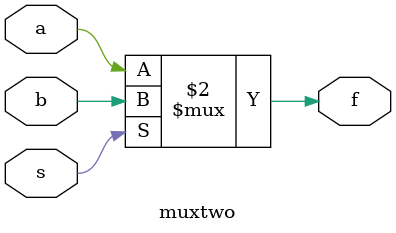
<source format=v>
module muxtwo(a,b,s,f);
input a,b,s;
output f;
reg f;
always @ (s)
f = s? b:a;
endmodule

</source>
